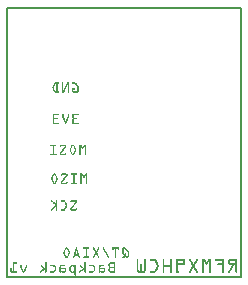
<source format=gbo>
G04 MADE WITH FRITZING*
G04 WWW.FRITZING.ORG*
G04 DOUBLE SIDED*
G04 HOLES PLATED*
G04 CONTOUR ON CENTER OF CONTOUR VECTOR*
%ASAXBY*%
%FSLAX23Y23*%
%MOIN*%
%OFA0B0*%
%SFA1.0B1.0*%
%ADD10R,0.787402X0.905512X0.771402X0.889512*%
%ADD11C,0.008000*%
%ADD12R,0.001000X0.001000*%
%LNSILK0*%
G90*
G70*
G54D11*
X4Y902D02*
X783Y902D01*
X783Y4D01*
X4Y4D01*
X4Y902D01*
D02*
G54D12*
X164Y652D02*
X176Y652D01*
X189Y652D02*
X191Y652D01*
X204Y652D02*
X209Y652D01*
X221Y652D02*
X231Y652D01*
X163Y651D02*
X176Y651D01*
X188Y651D02*
X191Y651D01*
X204Y651D02*
X209Y651D01*
X221Y651D02*
X233Y651D01*
X162Y650D02*
X177Y650D01*
X188Y650D02*
X191Y650D01*
X203Y650D02*
X209Y650D01*
X221Y650D02*
X234Y650D01*
X161Y649D02*
X176Y649D01*
X188Y649D02*
X191Y649D01*
X203Y649D02*
X209Y649D01*
X221Y649D02*
X235Y649D01*
X161Y648D02*
X166Y648D01*
X168Y648D02*
X173Y648D01*
X188Y648D02*
X191Y648D01*
X202Y648D02*
X209Y648D01*
X230Y648D02*
X236Y648D01*
X160Y647D02*
X164Y647D01*
X169Y647D02*
X172Y647D01*
X188Y647D02*
X191Y647D01*
X202Y647D02*
X209Y647D01*
X232Y647D02*
X236Y647D01*
X160Y646D02*
X164Y646D01*
X169Y646D02*
X172Y646D01*
X188Y646D02*
X191Y646D01*
X201Y646D02*
X209Y646D01*
X232Y646D02*
X237Y646D01*
X159Y645D02*
X163Y645D01*
X169Y645D02*
X172Y645D01*
X188Y645D02*
X191Y645D01*
X201Y645D02*
X209Y645D01*
X233Y645D02*
X238Y645D01*
X159Y644D02*
X163Y644D01*
X169Y644D02*
X172Y644D01*
X188Y644D02*
X191Y644D01*
X201Y644D02*
X209Y644D01*
X234Y644D02*
X239Y644D01*
X158Y643D02*
X162Y643D01*
X169Y643D02*
X172Y643D01*
X188Y643D02*
X191Y643D01*
X200Y643D02*
X204Y643D01*
X206Y643D02*
X209Y643D01*
X235Y643D02*
X239Y643D01*
X158Y642D02*
X162Y642D01*
X169Y642D02*
X172Y642D01*
X188Y642D02*
X191Y642D01*
X200Y642D02*
X204Y642D01*
X206Y642D02*
X209Y642D01*
X235Y642D02*
X240Y642D01*
X157Y641D02*
X161Y641D01*
X169Y641D02*
X172Y641D01*
X188Y641D02*
X191Y641D01*
X199Y641D02*
X203Y641D01*
X206Y641D02*
X209Y641D01*
X236Y641D02*
X241Y641D01*
X157Y640D02*
X161Y640D01*
X169Y640D02*
X172Y640D01*
X188Y640D02*
X191Y640D01*
X199Y640D02*
X203Y640D01*
X206Y640D02*
X209Y640D01*
X237Y640D02*
X241Y640D01*
X156Y639D02*
X160Y639D01*
X169Y639D02*
X172Y639D01*
X188Y639D02*
X191Y639D01*
X198Y639D02*
X202Y639D01*
X206Y639D02*
X209Y639D01*
X238Y639D02*
X242Y639D01*
X156Y638D02*
X160Y638D01*
X169Y638D02*
X172Y638D01*
X188Y638D02*
X191Y638D01*
X198Y638D02*
X202Y638D01*
X206Y638D02*
X209Y638D01*
X238Y638D02*
X242Y638D01*
X155Y637D02*
X159Y637D01*
X169Y637D02*
X172Y637D01*
X188Y637D02*
X191Y637D01*
X198Y637D02*
X201Y637D01*
X206Y637D02*
X209Y637D01*
X238Y637D02*
X242Y637D01*
X155Y636D02*
X159Y636D01*
X169Y636D02*
X172Y636D01*
X188Y636D02*
X191Y636D01*
X197Y636D02*
X201Y636D01*
X206Y636D02*
X209Y636D01*
X238Y636D02*
X242Y636D01*
X155Y635D02*
X159Y635D01*
X169Y635D02*
X172Y635D01*
X188Y635D02*
X191Y635D01*
X197Y635D02*
X201Y635D01*
X206Y635D02*
X209Y635D01*
X238Y635D02*
X242Y635D01*
X155Y634D02*
X159Y634D01*
X169Y634D02*
X172Y634D01*
X188Y634D02*
X191Y634D01*
X196Y634D02*
X200Y634D01*
X206Y634D02*
X209Y634D01*
X238Y634D02*
X242Y634D01*
X156Y633D02*
X159Y633D01*
X169Y633D02*
X172Y633D01*
X188Y633D02*
X191Y633D01*
X196Y633D02*
X200Y633D01*
X206Y633D02*
X209Y633D01*
X221Y633D02*
X230Y633D01*
X238Y633D02*
X242Y633D01*
X156Y632D02*
X160Y632D01*
X169Y632D02*
X172Y632D01*
X188Y632D02*
X191Y632D01*
X195Y632D02*
X199Y632D01*
X206Y632D02*
X209Y632D01*
X221Y632D02*
X231Y632D01*
X238Y632D02*
X242Y632D01*
X156Y631D02*
X160Y631D01*
X169Y631D02*
X172Y631D01*
X188Y631D02*
X191Y631D01*
X195Y631D02*
X199Y631D01*
X206Y631D02*
X209Y631D01*
X221Y631D02*
X231Y631D01*
X238Y631D02*
X242Y631D01*
X157Y630D02*
X161Y630D01*
X169Y630D02*
X172Y630D01*
X188Y630D02*
X191Y630D01*
X194Y630D02*
X198Y630D01*
X206Y630D02*
X209Y630D01*
X221Y630D02*
X230Y630D01*
X238Y630D02*
X242Y630D01*
X157Y629D02*
X161Y629D01*
X169Y629D02*
X172Y629D01*
X188Y629D02*
X191Y629D01*
X194Y629D02*
X198Y629D01*
X206Y629D02*
X209Y629D01*
X221Y629D02*
X229Y629D01*
X238Y629D02*
X242Y629D01*
X158Y628D02*
X162Y628D01*
X169Y628D02*
X172Y628D01*
X188Y628D02*
X191Y628D01*
X194Y628D02*
X198Y628D01*
X206Y628D02*
X209Y628D01*
X221Y628D02*
X224Y628D01*
X238Y628D02*
X242Y628D01*
X158Y627D02*
X162Y627D01*
X169Y627D02*
X172Y627D01*
X188Y627D02*
X191Y627D01*
X193Y627D02*
X197Y627D01*
X206Y627D02*
X209Y627D01*
X221Y627D02*
X224Y627D01*
X238Y627D02*
X242Y627D01*
X159Y626D02*
X163Y626D01*
X169Y626D02*
X172Y626D01*
X188Y626D02*
X197Y626D01*
X206Y626D02*
X209Y626D01*
X221Y626D02*
X224Y626D01*
X238Y626D02*
X242Y626D01*
X159Y625D02*
X163Y625D01*
X169Y625D02*
X172Y625D01*
X188Y625D02*
X196Y625D01*
X206Y625D02*
X209Y625D01*
X221Y625D02*
X224Y625D01*
X238Y625D02*
X242Y625D01*
X160Y624D02*
X164Y624D01*
X169Y624D02*
X172Y624D01*
X188Y624D02*
X196Y624D01*
X206Y624D02*
X209Y624D01*
X221Y624D02*
X224Y624D01*
X238Y624D02*
X242Y624D01*
X160Y623D02*
X164Y623D01*
X169Y623D02*
X172Y623D01*
X188Y623D02*
X195Y623D01*
X206Y623D02*
X209Y623D01*
X221Y623D02*
X225Y623D01*
X238Y623D02*
X242Y623D01*
X161Y622D02*
X175Y622D01*
X188Y622D02*
X195Y622D01*
X206Y622D02*
X209Y622D01*
X221Y622D02*
X242Y622D01*
X161Y621D02*
X176Y621D01*
X188Y621D02*
X194Y621D01*
X206Y621D02*
X209Y621D01*
X222Y621D02*
X241Y621D01*
X162Y620D02*
X177Y620D01*
X188Y620D02*
X194Y620D01*
X206Y620D02*
X209Y620D01*
X222Y620D02*
X240Y620D01*
X163Y619D02*
X176Y619D01*
X188Y619D02*
X194Y619D01*
X206Y619D02*
X209Y619D01*
X223Y619D02*
X239Y619D01*
X165Y618D02*
X176Y618D01*
X188Y618D02*
X193Y618D01*
X207Y618D02*
X208Y618D01*
X225Y618D02*
X238Y618D01*
X158Y548D02*
X177Y548D01*
X189Y548D02*
X191Y548D01*
X207Y548D02*
X209Y548D01*
X223Y548D02*
X242Y548D01*
X157Y547D02*
X177Y547D01*
X188Y547D02*
X192Y547D01*
X206Y547D02*
X210Y547D01*
X222Y547D02*
X242Y547D01*
X156Y546D02*
X177Y546D01*
X188Y546D02*
X192Y546D01*
X206Y546D02*
X210Y546D01*
X221Y546D02*
X242Y546D01*
X156Y545D02*
X176Y545D01*
X188Y545D02*
X192Y545D01*
X206Y545D02*
X210Y545D01*
X221Y545D02*
X242Y545D01*
X156Y544D02*
X159Y544D01*
X188Y544D02*
X192Y544D01*
X206Y544D02*
X210Y544D01*
X221Y544D02*
X225Y544D01*
X156Y543D02*
X159Y543D01*
X188Y543D02*
X192Y543D01*
X206Y543D02*
X210Y543D01*
X221Y543D02*
X225Y543D01*
X156Y542D02*
X159Y542D01*
X188Y542D02*
X192Y542D01*
X206Y542D02*
X210Y542D01*
X221Y542D02*
X225Y542D01*
X156Y541D02*
X159Y541D01*
X188Y541D02*
X192Y541D01*
X206Y541D02*
X210Y541D01*
X221Y541D02*
X225Y541D01*
X156Y540D02*
X159Y540D01*
X188Y540D02*
X192Y540D01*
X206Y540D02*
X210Y540D01*
X221Y540D02*
X225Y540D01*
X156Y539D02*
X159Y539D01*
X188Y539D02*
X192Y539D01*
X206Y539D02*
X210Y539D01*
X221Y539D02*
X225Y539D01*
X156Y538D02*
X159Y538D01*
X189Y538D02*
X193Y538D01*
X206Y538D02*
X210Y538D01*
X221Y538D02*
X225Y538D01*
X156Y537D02*
X159Y537D01*
X189Y537D02*
X193Y537D01*
X205Y537D02*
X209Y537D01*
X221Y537D02*
X225Y537D01*
X156Y536D02*
X159Y536D01*
X189Y536D02*
X193Y536D01*
X205Y536D02*
X209Y536D01*
X221Y536D02*
X225Y536D01*
X156Y535D02*
X160Y535D01*
X190Y535D02*
X194Y535D01*
X205Y535D02*
X208Y535D01*
X221Y535D02*
X225Y535D01*
X156Y534D02*
X161Y534D01*
X190Y534D02*
X194Y534D01*
X204Y534D02*
X208Y534D01*
X221Y534D02*
X226Y534D01*
X157Y533D02*
X172Y533D01*
X191Y533D02*
X194Y533D01*
X204Y533D02*
X208Y533D01*
X222Y533D02*
X237Y533D01*
X157Y532D02*
X173Y532D01*
X191Y532D02*
X195Y532D01*
X203Y532D02*
X207Y532D01*
X223Y532D02*
X238Y532D01*
X157Y531D02*
X173Y531D01*
X191Y531D02*
X195Y531D01*
X203Y531D02*
X207Y531D01*
X223Y531D02*
X238Y531D01*
X157Y530D02*
X172Y530D01*
X192Y530D02*
X196Y530D01*
X203Y530D02*
X206Y530D01*
X222Y530D02*
X237Y530D01*
X156Y529D02*
X161Y529D01*
X192Y529D02*
X196Y529D01*
X202Y529D02*
X206Y529D01*
X221Y529D02*
X226Y529D01*
X156Y528D02*
X160Y528D01*
X193Y528D02*
X196Y528D01*
X202Y528D02*
X206Y528D01*
X221Y528D02*
X225Y528D01*
X156Y527D02*
X159Y527D01*
X193Y527D02*
X197Y527D01*
X201Y527D02*
X205Y527D01*
X221Y527D02*
X225Y527D01*
X156Y526D02*
X159Y526D01*
X193Y526D02*
X197Y526D01*
X201Y526D02*
X205Y526D01*
X221Y526D02*
X225Y526D01*
X156Y525D02*
X159Y525D01*
X194Y525D02*
X198Y525D01*
X201Y525D02*
X205Y525D01*
X221Y525D02*
X225Y525D01*
X156Y524D02*
X159Y524D01*
X194Y524D02*
X198Y524D01*
X200Y524D02*
X204Y524D01*
X221Y524D02*
X225Y524D01*
X156Y523D02*
X159Y523D01*
X195Y523D02*
X204Y523D01*
X221Y523D02*
X225Y523D01*
X156Y522D02*
X159Y522D01*
X195Y522D02*
X203Y522D01*
X221Y522D02*
X225Y522D01*
X156Y521D02*
X159Y521D01*
X195Y521D02*
X203Y521D01*
X221Y521D02*
X225Y521D01*
X156Y520D02*
X159Y520D01*
X196Y520D02*
X203Y520D01*
X221Y520D02*
X225Y520D01*
X156Y519D02*
X159Y519D01*
X196Y519D02*
X202Y519D01*
X221Y519D02*
X225Y519D01*
X156Y518D02*
X176Y518D01*
X196Y518D02*
X202Y518D01*
X221Y518D02*
X241Y518D01*
X156Y517D02*
X177Y517D01*
X197Y517D02*
X201Y517D01*
X221Y517D02*
X242Y517D01*
X157Y516D02*
X177Y516D01*
X197Y516D02*
X201Y516D01*
X222Y516D02*
X242Y516D01*
X157Y515D02*
X177Y515D01*
X198Y515D02*
X201Y515D01*
X223Y515D02*
X242Y515D01*
X160Y514D02*
X175Y514D01*
X199Y514D02*
X199Y514D01*
X225Y514D02*
X241Y514D01*
X149Y445D02*
X167Y445D01*
X184Y445D02*
X198Y445D01*
X222Y445D02*
X225Y445D01*
X245Y445D02*
X250Y445D01*
X262Y445D02*
X267Y445D01*
X148Y444D02*
X168Y444D01*
X183Y444D02*
X200Y444D01*
X220Y444D02*
X226Y444D01*
X245Y444D02*
X251Y444D01*
X261Y444D02*
X267Y444D01*
X147Y443D02*
X169Y443D01*
X181Y443D02*
X200Y443D01*
X219Y443D02*
X228Y443D01*
X245Y443D02*
X252Y443D01*
X260Y443D02*
X267Y443D01*
X148Y442D02*
X168Y442D01*
X181Y442D02*
X201Y442D01*
X219Y442D02*
X228Y442D01*
X245Y442D02*
X252Y442D01*
X260Y442D02*
X267Y442D01*
X149Y441D02*
X167Y441D01*
X180Y441D02*
X201Y441D01*
X218Y441D02*
X229Y441D01*
X245Y441D02*
X253Y441D01*
X259Y441D02*
X267Y441D01*
X156Y440D02*
X160Y440D01*
X180Y440D02*
X184Y440D01*
X198Y440D02*
X201Y440D01*
X218Y440D02*
X222Y440D01*
X225Y440D02*
X229Y440D01*
X245Y440D02*
X254Y440D01*
X258Y440D02*
X267Y440D01*
X156Y439D02*
X160Y439D01*
X180Y439D02*
X183Y439D01*
X197Y439D02*
X201Y439D01*
X217Y439D02*
X221Y439D01*
X226Y439D02*
X230Y439D01*
X245Y439D02*
X254Y439D01*
X258Y439D02*
X267Y439D01*
X156Y438D02*
X160Y438D01*
X180Y438D02*
X183Y438D01*
X196Y438D02*
X201Y438D01*
X217Y438D02*
X221Y438D01*
X226Y438D02*
X230Y438D01*
X245Y438D02*
X249Y438D01*
X251Y438D02*
X255Y438D01*
X257Y438D02*
X267Y438D01*
X156Y437D02*
X160Y437D01*
X182Y437D02*
X182Y437D01*
X195Y437D02*
X200Y437D01*
X216Y437D02*
X220Y437D01*
X227Y437D02*
X231Y437D01*
X245Y437D02*
X249Y437D01*
X251Y437D02*
X261Y437D01*
X263Y437D02*
X267Y437D01*
X156Y436D02*
X160Y436D01*
X195Y436D02*
X200Y436D01*
X216Y436D02*
X220Y436D01*
X227Y436D02*
X231Y436D01*
X245Y436D02*
X249Y436D01*
X252Y436D02*
X260Y436D01*
X263Y436D02*
X267Y436D01*
X156Y435D02*
X160Y435D01*
X194Y435D02*
X199Y435D01*
X215Y435D02*
X219Y435D01*
X228Y435D02*
X232Y435D01*
X245Y435D02*
X249Y435D01*
X253Y435D02*
X259Y435D01*
X263Y435D02*
X267Y435D01*
X156Y434D02*
X160Y434D01*
X193Y434D02*
X198Y434D01*
X215Y434D02*
X219Y434D01*
X228Y434D02*
X232Y434D01*
X245Y434D02*
X249Y434D01*
X253Y434D02*
X259Y434D01*
X263Y434D02*
X267Y434D01*
X156Y433D02*
X160Y433D01*
X192Y433D02*
X197Y433D01*
X214Y433D02*
X218Y433D01*
X229Y433D02*
X233Y433D01*
X245Y433D02*
X249Y433D01*
X254Y433D02*
X258Y433D01*
X263Y433D02*
X267Y433D01*
X156Y432D02*
X160Y432D01*
X192Y432D02*
X196Y432D01*
X214Y432D02*
X218Y432D01*
X229Y432D02*
X233Y432D01*
X245Y432D02*
X249Y432D01*
X254Y432D02*
X258Y432D01*
X263Y432D02*
X267Y432D01*
X156Y431D02*
X160Y431D01*
X191Y431D02*
X196Y431D01*
X213Y431D02*
X217Y431D01*
X230Y431D02*
X233Y431D01*
X245Y431D02*
X249Y431D01*
X254Y431D02*
X258Y431D01*
X263Y431D02*
X267Y431D01*
X156Y430D02*
X160Y430D01*
X190Y430D02*
X195Y430D01*
X213Y430D02*
X217Y430D01*
X230Y430D02*
X234Y430D01*
X245Y430D02*
X249Y430D01*
X255Y430D02*
X257Y430D01*
X263Y430D02*
X267Y430D01*
X156Y429D02*
X160Y429D01*
X189Y429D02*
X194Y429D01*
X213Y429D02*
X216Y429D01*
X230Y429D02*
X234Y429D01*
X245Y429D02*
X249Y429D01*
X263Y429D02*
X267Y429D01*
X156Y428D02*
X160Y428D01*
X188Y428D02*
X193Y428D01*
X213Y428D02*
X216Y428D01*
X230Y428D02*
X234Y428D01*
X245Y428D02*
X249Y428D01*
X263Y428D02*
X267Y428D01*
X156Y427D02*
X160Y427D01*
X188Y427D02*
X193Y427D01*
X213Y427D02*
X216Y427D01*
X230Y427D02*
X234Y427D01*
X245Y427D02*
X249Y427D01*
X263Y427D02*
X267Y427D01*
X156Y426D02*
X160Y426D01*
X187Y426D02*
X192Y426D01*
X213Y426D02*
X217Y426D01*
X230Y426D02*
X234Y426D01*
X245Y426D02*
X249Y426D01*
X263Y426D02*
X267Y426D01*
X156Y425D02*
X160Y425D01*
X186Y425D02*
X191Y425D01*
X213Y425D02*
X217Y425D01*
X230Y425D02*
X234Y425D01*
X245Y425D02*
X249Y425D01*
X263Y425D02*
X267Y425D01*
X156Y424D02*
X160Y424D01*
X185Y424D02*
X190Y424D01*
X213Y424D02*
X217Y424D01*
X229Y424D02*
X233Y424D01*
X245Y424D02*
X249Y424D01*
X263Y424D02*
X267Y424D01*
X156Y423D02*
X160Y423D01*
X185Y423D02*
X189Y423D01*
X214Y423D02*
X218Y423D01*
X229Y423D02*
X233Y423D01*
X245Y423D02*
X249Y423D01*
X263Y423D02*
X267Y423D01*
X156Y422D02*
X160Y422D01*
X184Y422D02*
X189Y422D01*
X214Y422D02*
X218Y422D01*
X228Y422D02*
X232Y422D01*
X245Y422D02*
X249Y422D01*
X263Y422D02*
X267Y422D01*
X156Y421D02*
X160Y421D01*
X183Y421D02*
X188Y421D01*
X215Y421D02*
X219Y421D01*
X228Y421D02*
X232Y421D01*
X245Y421D02*
X249Y421D01*
X263Y421D02*
X267Y421D01*
X156Y420D02*
X160Y420D01*
X182Y420D02*
X187Y420D01*
X215Y420D02*
X219Y420D01*
X227Y420D02*
X231Y420D01*
X245Y420D02*
X249Y420D01*
X263Y420D02*
X267Y420D01*
X156Y419D02*
X160Y419D01*
X181Y419D02*
X186Y419D01*
X216Y419D02*
X220Y419D01*
X227Y419D02*
X231Y419D01*
X245Y419D02*
X249Y419D01*
X263Y419D02*
X267Y419D01*
X156Y418D02*
X160Y418D01*
X181Y418D02*
X186Y418D01*
X199Y418D02*
X201Y418D01*
X216Y418D02*
X220Y418D01*
X226Y418D02*
X230Y418D01*
X245Y418D02*
X249Y418D01*
X263Y418D02*
X267Y418D01*
X156Y417D02*
X160Y417D01*
X180Y417D02*
X185Y417D01*
X198Y417D02*
X201Y417D01*
X217Y417D02*
X221Y417D01*
X226Y417D02*
X230Y417D01*
X245Y417D02*
X249Y417D01*
X263Y417D02*
X267Y417D01*
X156Y416D02*
X160Y416D01*
X180Y416D02*
X184Y416D01*
X198Y416D02*
X201Y416D01*
X217Y416D02*
X221Y416D01*
X225Y416D02*
X229Y416D01*
X245Y416D02*
X249Y416D01*
X263Y416D02*
X267Y416D01*
X156Y415D02*
X160Y415D01*
X180Y415D02*
X184Y415D01*
X197Y415D02*
X201Y415D01*
X218Y415D02*
X222Y415D01*
X224Y415D02*
X229Y415D01*
X245Y415D02*
X249Y415D01*
X263Y415D02*
X267Y415D01*
X148Y414D02*
X168Y414D01*
X180Y414D02*
X201Y414D01*
X218Y414D02*
X228Y414D01*
X245Y414D02*
X249Y414D01*
X263Y414D02*
X267Y414D01*
X147Y413D02*
X169Y413D01*
X181Y413D02*
X200Y413D01*
X219Y413D02*
X228Y413D01*
X245Y413D02*
X249Y413D01*
X263Y413D02*
X267Y413D01*
X147Y412D02*
X169Y412D01*
X181Y412D02*
X199Y412D01*
X220Y412D02*
X227Y412D01*
X245Y412D02*
X249Y412D01*
X263Y412D02*
X267Y412D01*
X148Y411D02*
X168Y411D01*
X183Y411D02*
X198Y411D01*
X221Y411D02*
X226Y411D01*
X246Y411D02*
X248Y411D01*
X264Y411D02*
X266Y411D01*
X162Y349D02*
X162Y349D01*
X189Y349D02*
X200Y349D01*
X218Y349D02*
X236Y349D01*
X249Y349D02*
X254Y349D01*
X266Y349D02*
X270Y349D01*
X159Y348D02*
X164Y348D01*
X187Y348D02*
X203Y348D01*
X217Y348D02*
X237Y348D01*
X249Y348D02*
X255Y348D01*
X265Y348D02*
X270Y348D01*
X158Y347D02*
X166Y347D01*
X185Y347D02*
X204Y347D01*
X216Y347D02*
X238Y347D01*
X249Y347D02*
X255Y347D01*
X264Y347D02*
X270Y347D01*
X157Y346D02*
X166Y346D01*
X185Y346D02*
X205Y346D01*
X217Y346D02*
X238Y346D01*
X249Y346D02*
X256Y346D01*
X264Y346D02*
X270Y346D01*
X157Y345D02*
X167Y345D01*
X184Y345D02*
X205Y345D01*
X217Y345D02*
X237Y345D01*
X249Y345D02*
X257Y345D01*
X263Y345D02*
X270Y345D01*
X156Y344D02*
X160Y344D01*
X163Y344D02*
X167Y344D01*
X184Y344D02*
X188Y344D01*
X201Y344D02*
X205Y344D01*
X225Y344D02*
X229Y344D01*
X249Y344D02*
X257Y344D01*
X262Y344D02*
X270Y344D01*
X156Y343D02*
X160Y343D01*
X164Y343D02*
X168Y343D01*
X184Y343D02*
X187Y343D01*
X201Y343D02*
X205Y343D01*
X225Y343D02*
X229Y343D01*
X249Y343D02*
X258Y343D01*
X262Y343D02*
X270Y343D01*
X155Y342D02*
X159Y342D01*
X164Y342D02*
X168Y342D01*
X184Y342D02*
X187Y342D01*
X200Y342D02*
X205Y342D01*
X225Y342D02*
X229Y342D01*
X249Y342D02*
X259Y342D01*
X261Y342D02*
X265Y342D01*
X267Y342D02*
X270Y342D01*
X155Y341D02*
X159Y341D01*
X165Y341D02*
X169Y341D01*
X185Y341D02*
X186Y341D01*
X199Y341D02*
X204Y341D01*
X225Y341D02*
X229Y341D01*
X249Y341D02*
X253Y341D01*
X255Y341D02*
X265Y341D01*
X267Y341D02*
X270Y341D01*
X154Y340D02*
X158Y340D01*
X165Y340D02*
X169Y340D01*
X199Y340D02*
X203Y340D01*
X225Y340D02*
X229Y340D01*
X249Y340D02*
X253Y340D01*
X256Y340D02*
X264Y340D01*
X267Y340D02*
X270Y340D01*
X154Y339D02*
X158Y339D01*
X166Y339D02*
X170Y339D01*
X198Y339D02*
X203Y339D01*
X225Y339D02*
X229Y339D01*
X249Y339D02*
X253Y339D01*
X256Y339D02*
X263Y339D01*
X267Y339D02*
X270Y339D01*
X153Y338D02*
X157Y338D01*
X166Y338D02*
X170Y338D01*
X197Y338D02*
X202Y338D01*
X225Y338D02*
X229Y338D01*
X249Y338D02*
X253Y338D01*
X257Y338D02*
X263Y338D01*
X267Y338D02*
X270Y338D01*
X153Y337D02*
X157Y337D01*
X167Y337D02*
X171Y337D01*
X196Y337D02*
X201Y337D01*
X225Y337D02*
X229Y337D01*
X249Y337D02*
X253Y337D01*
X258Y337D02*
X262Y337D01*
X267Y337D02*
X270Y337D01*
X152Y336D02*
X156Y336D01*
X167Y336D02*
X171Y336D01*
X195Y336D02*
X200Y336D01*
X225Y336D02*
X229Y336D01*
X249Y336D02*
X253Y336D01*
X258Y336D02*
X262Y336D01*
X267Y336D02*
X270Y336D01*
X152Y335D02*
X156Y335D01*
X168Y335D02*
X172Y335D01*
X195Y335D02*
X200Y335D01*
X225Y335D02*
X229Y335D01*
X249Y335D02*
X253Y335D01*
X258Y335D02*
X261Y335D01*
X267Y335D02*
X270Y335D01*
X151Y334D02*
X155Y334D01*
X168Y334D02*
X172Y334D01*
X194Y334D02*
X199Y334D01*
X225Y334D02*
X229Y334D01*
X249Y334D02*
X253Y334D01*
X259Y334D02*
X261Y334D01*
X267Y334D02*
X270Y334D01*
X151Y333D02*
X155Y333D01*
X169Y333D02*
X172Y333D01*
X193Y333D02*
X198Y333D01*
X225Y333D02*
X229Y333D01*
X249Y333D02*
X253Y333D01*
X267Y333D02*
X270Y333D01*
X151Y332D02*
X155Y332D01*
X169Y332D02*
X172Y332D01*
X192Y332D02*
X197Y332D01*
X225Y332D02*
X229Y332D01*
X249Y332D02*
X253Y332D01*
X267Y332D02*
X270Y332D01*
X151Y331D02*
X155Y331D01*
X169Y331D02*
X172Y331D01*
X192Y331D02*
X196Y331D01*
X225Y331D02*
X229Y331D01*
X249Y331D02*
X253Y331D01*
X267Y331D02*
X270Y331D01*
X151Y330D02*
X155Y330D01*
X169Y330D02*
X172Y330D01*
X191Y330D02*
X196Y330D01*
X225Y330D02*
X229Y330D01*
X249Y330D02*
X253Y330D01*
X267Y330D02*
X270Y330D01*
X151Y329D02*
X155Y329D01*
X168Y329D02*
X172Y329D01*
X190Y329D02*
X195Y329D01*
X225Y329D02*
X229Y329D01*
X249Y329D02*
X253Y329D01*
X267Y329D02*
X270Y329D01*
X152Y328D02*
X156Y328D01*
X168Y328D02*
X172Y328D01*
X189Y328D02*
X194Y328D01*
X225Y328D02*
X229Y328D01*
X249Y328D02*
X253Y328D01*
X267Y328D02*
X270Y328D01*
X152Y327D02*
X156Y327D01*
X167Y327D02*
X171Y327D01*
X188Y327D02*
X193Y327D01*
X225Y327D02*
X229Y327D01*
X249Y327D02*
X253Y327D01*
X267Y327D02*
X270Y327D01*
X153Y326D02*
X157Y326D01*
X167Y326D02*
X171Y326D01*
X188Y326D02*
X193Y326D01*
X225Y326D02*
X229Y326D01*
X249Y326D02*
X253Y326D01*
X267Y326D02*
X270Y326D01*
X153Y325D02*
X157Y325D01*
X166Y325D02*
X170Y325D01*
X187Y325D02*
X192Y325D01*
X225Y325D02*
X229Y325D01*
X249Y325D02*
X253Y325D01*
X267Y325D02*
X270Y325D01*
X154Y324D02*
X158Y324D01*
X166Y324D02*
X170Y324D01*
X186Y324D02*
X191Y324D01*
X225Y324D02*
X229Y324D01*
X249Y324D02*
X253Y324D01*
X267Y324D02*
X270Y324D01*
X154Y323D02*
X158Y323D01*
X165Y323D02*
X169Y323D01*
X185Y323D02*
X190Y323D01*
X225Y323D02*
X229Y323D01*
X249Y323D02*
X253Y323D01*
X267Y323D02*
X270Y323D01*
X155Y322D02*
X159Y322D01*
X165Y322D02*
X169Y322D01*
X185Y322D02*
X189Y322D01*
X203Y322D02*
X204Y322D01*
X225Y322D02*
X229Y322D01*
X249Y322D02*
X253Y322D01*
X267Y322D02*
X270Y322D01*
X155Y321D02*
X159Y321D01*
X164Y321D02*
X168Y321D01*
X184Y321D02*
X189Y321D01*
X202Y321D02*
X205Y321D01*
X225Y321D02*
X229Y321D01*
X249Y321D02*
X253Y321D01*
X267Y321D02*
X270Y321D01*
X156Y320D02*
X160Y320D01*
X164Y320D02*
X168Y320D01*
X184Y320D02*
X188Y320D01*
X201Y320D02*
X205Y320D01*
X225Y320D02*
X229Y320D01*
X249Y320D02*
X253Y320D01*
X267Y320D02*
X270Y320D01*
X156Y319D02*
X160Y319D01*
X163Y319D02*
X167Y319D01*
X184Y319D02*
X187Y319D01*
X201Y319D02*
X205Y319D01*
X225Y319D02*
X229Y319D01*
X249Y319D02*
X253Y319D01*
X267Y319D02*
X270Y319D01*
X157Y318D02*
X167Y318D01*
X184Y318D02*
X205Y318D01*
X217Y318D02*
X237Y318D01*
X249Y318D02*
X253Y318D01*
X267Y318D02*
X270Y318D01*
X157Y317D02*
X166Y317D01*
X184Y317D02*
X204Y317D01*
X217Y317D02*
X238Y317D01*
X249Y317D02*
X253Y317D01*
X267Y317D02*
X270Y317D01*
X158Y316D02*
X166Y316D01*
X185Y316D02*
X203Y316D01*
X216Y316D02*
X238Y316D01*
X249Y316D02*
X253Y316D01*
X267Y316D02*
X270Y316D01*
X159Y315D02*
X164Y315D01*
X186Y315D02*
X202Y315D01*
X217Y315D02*
X237Y315D01*
X250Y315D02*
X252Y315D01*
X267Y315D02*
X270Y315D01*
X189Y314D02*
X199Y314D01*
X219Y314D02*
X235Y314D01*
X151Y260D02*
X152Y260D01*
X169Y260D02*
X170Y260D01*
X183Y260D02*
X194Y260D01*
X219Y260D02*
X233Y260D01*
X150Y259D02*
X153Y259D01*
X168Y259D02*
X171Y259D01*
X183Y259D02*
X196Y259D01*
X217Y259D02*
X235Y259D01*
X150Y258D02*
X155Y258D01*
X168Y258D02*
X171Y258D01*
X182Y258D02*
X197Y258D01*
X216Y258D02*
X236Y258D01*
X150Y257D02*
X156Y257D01*
X168Y257D02*
X171Y257D01*
X183Y257D02*
X198Y257D01*
X216Y257D02*
X236Y257D01*
X151Y256D02*
X157Y256D01*
X168Y256D02*
X171Y256D01*
X184Y256D02*
X198Y256D01*
X215Y256D02*
X236Y256D01*
X152Y255D02*
X158Y255D01*
X168Y255D02*
X171Y255D01*
X195Y255D02*
X199Y255D01*
X215Y255D02*
X219Y255D01*
X233Y255D02*
X236Y255D01*
X153Y254D02*
X159Y254D01*
X168Y254D02*
X171Y254D01*
X195Y254D02*
X199Y254D01*
X215Y254D02*
X219Y254D01*
X232Y254D02*
X236Y254D01*
X154Y253D02*
X160Y253D01*
X168Y253D02*
X171Y253D01*
X196Y253D02*
X200Y253D01*
X216Y253D02*
X218Y253D01*
X231Y253D02*
X236Y253D01*
X156Y252D02*
X162Y252D01*
X168Y252D02*
X171Y252D01*
X196Y252D02*
X200Y252D01*
X230Y252D02*
X235Y252D01*
X157Y251D02*
X163Y251D01*
X168Y251D02*
X171Y251D01*
X197Y251D02*
X201Y251D01*
X230Y251D02*
X235Y251D01*
X158Y250D02*
X164Y250D01*
X168Y250D02*
X171Y250D01*
X197Y250D02*
X201Y250D01*
X229Y250D02*
X234Y250D01*
X159Y249D02*
X165Y249D01*
X168Y249D02*
X171Y249D01*
X198Y249D02*
X202Y249D01*
X228Y249D02*
X233Y249D01*
X160Y248D02*
X171Y248D01*
X198Y248D02*
X202Y248D01*
X227Y248D02*
X232Y248D01*
X161Y247D02*
X171Y247D01*
X199Y247D02*
X203Y247D01*
X227Y247D02*
X231Y247D01*
X163Y246D02*
X171Y246D01*
X199Y246D02*
X203Y246D01*
X226Y246D02*
X231Y246D01*
X164Y245D02*
X171Y245D01*
X200Y245D02*
X203Y245D01*
X225Y245D02*
X230Y245D01*
X165Y244D02*
X171Y244D01*
X200Y244D02*
X204Y244D01*
X224Y244D02*
X229Y244D01*
X166Y243D02*
X171Y243D01*
X200Y243D02*
X204Y243D01*
X223Y243D02*
X228Y243D01*
X165Y242D02*
X171Y242D01*
X200Y242D02*
X204Y242D01*
X223Y242D02*
X228Y242D01*
X164Y241D02*
X171Y241D01*
X200Y241D02*
X204Y241D01*
X222Y241D02*
X227Y241D01*
X163Y240D02*
X171Y240D01*
X199Y240D02*
X203Y240D01*
X221Y240D02*
X226Y240D01*
X162Y239D02*
X171Y239D01*
X199Y239D02*
X203Y239D01*
X220Y239D02*
X225Y239D01*
X161Y238D02*
X171Y238D01*
X198Y238D02*
X203Y238D01*
X220Y238D02*
X224Y238D01*
X159Y237D02*
X165Y237D01*
X168Y237D02*
X171Y237D01*
X198Y237D02*
X202Y237D01*
X219Y237D02*
X224Y237D01*
X158Y236D02*
X164Y236D01*
X168Y236D02*
X171Y236D01*
X197Y236D02*
X202Y236D01*
X218Y236D02*
X223Y236D01*
X157Y235D02*
X163Y235D01*
X168Y235D02*
X171Y235D01*
X197Y235D02*
X201Y235D01*
X217Y235D02*
X222Y235D01*
X156Y234D02*
X162Y234D01*
X168Y234D02*
X171Y234D01*
X196Y234D02*
X201Y234D01*
X216Y234D02*
X221Y234D01*
X155Y233D02*
X161Y233D01*
X168Y233D02*
X171Y233D01*
X196Y233D02*
X200Y233D01*
X216Y233D02*
X221Y233D01*
X234Y233D02*
X236Y233D01*
X154Y232D02*
X160Y232D01*
X168Y232D02*
X171Y232D01*
X195Y232D02*
X200Y232D01*
X215Y232D02*
X220Y232D01*
X233Y232D02*
X236Y232D01*
X152Y231D02*
X158Y231D01*
X168Y231D02*
X171Y231D01*
X195Y231D02*
X199Y231D01*
X215Y231D02*
X219Y231D01*
X233Y231D02*
X236Y231D01*
X151Y230D02*
X157Y230D01*
X168Y230D02*
X171Y230D01*
X194Y230D02*
X199Y230D01*
X215Y230D02*
X219Y230D01*
X232Y230D02*
X236Y230D01*
X150Y229D02*
X156Y229D01*
X168Y229D02*
X171Y229D01*
X183Y229D02*
X198Y229D01*
X215Y229D02*
X236Y229D01*
X150Y228D02*
X155Y228D01*
X168Y228D02*
X171Y228D01*
X182Y228D02*
X197Y228D01*
X216Y228D02*
X235Y228D01*
X150Y227D02*
X154Y227D01*
X168Y227D02*
X171Y227D01*
X182Y227D02*
X196Y227D01*
X217Y227D02*
X234Y227D01*
X150Y226D02*
X153Y226D01*
X168Y226D02*
X170Y226D01*
X183Y226D02*
X195Y226D01*
X218Y226D02*
X233Y226D01*
X201Y102D02*
X204Y102D01*
X234Y102D02*
X236Y102D01*
X258Y102D02*
X278Y102D01*
X291Y102D02*
X293Y102D01*
X309Y102D02*
X310Y102D01*
X324Y102D02*
X325Y102D01*
X355Y102D02*
X377Y102D01*
X391Y102D02*
X395Y102D01*
X199Y101D02*
X206Y101D01*
X234Y101D02*
X237Y101D01*
X257Y101D02*
X278Y101D01*
X290Y101D02*
X293Y101D01*
X308Y101D02*
X311Y101D01*
X323Y101D02*
X326Y101D01*
X355Y101D02*
X377Y101D01*
X390Y101D02*
X396Y101D01*
X198Y100D02*
X207Y100D01*
X233Y100D02*
X237Y100D01*
X257Y100D02*
X279Y100D01*
X290Y100D02*
X294Y100D01*
X307Y100D02*
X311Y100D01*
X323Y100D02*
X327Y100D01*
X355Y100D02*
X377Y100D01*
X389Y100D02*
X398Y100D01*
X198Y99D02*
X208Y99D01*
X233Y99D02*
X238Y99D01*
X258Y99D02*
X278Y99D01*
X290Y99D02*
X295Y99D01*
X307Y99D02*
X311Y99D01*
X323Y99D02*
X327Y99D01*
X355Y99D02*
X377Y99D01*
X388Y99D02*
X399Y99D01*
X197Y98D02*
X208Y98D01*
X233Y98D02*
X238Y98D01*
X260Y98D02*
X276Y98D01*
X291Y98D02*
X295Y98D01*
X306Y98D02*
X310Y98D01*
X324Y98D02*
X328Y98D01*
X355Y98D02*
X377Y98D01*
X388Y98D02*
X400Y98D01*
X197Y97D02*
X201Y97D01*
X204Y97D02*
X209Y97D01*
X232Y97D02*
X238Y97D01*
X266Y97D02*
X270Y97D01*
X292Y97D02*
X296Y97D01*
X306Y97D02*
X310Y97D01*
X324Y97D02*
X329Y97D01*
X355Y97D02*
X359Y97D01*
X364Y97D02*
X368Y97D01*
X373Y97D02*
X377Y97D01*
X388Y97D02*
X392Y97D01*
X395Y97D02*
X401Y97D01*
X196Y96D02*
X200Y96D01*
X205Y96D02*
X209Y96D01*
X232Y96D02*
X238Y96D01*
X266Y96D02*
X270Y96D01*
X292Y96D02*
X296Y96D01*
X305Y96D02*
X309Y96D01*
X325Y96D02*
X329Y96D01*
X355Y96D02*
X359Y96D01*
X364Y96D02*
X368Y96D01*
X373Y96D02*
X377Y96D01*
X388Y96D02*
X392Y96D01*
X396Y96D02*
X402Y96D01*
X196Y95D02*
X200Y95D01*
X205Y95D02*
X210Y95D01*
X232Y95D02*
X239Y95D01*
X266Y95D02*
X270Y95D01*
X293Y95D02*
X297Y95D01*
X304Y95D02*
X309Y95D01*
X325Y95D02*
X330Y95D01*
X356Y95D02*
X358Y95D01*
X364Y95D02*
X368Y95D01*
X374Y95D02*
X376Y95D01*
X388Y95D02*
X392Y95D01*
X397Y95D02*
X403Y95D01*
X195Y94D02*
X199Y94D01*
X206Y94D02*
X210Y94D01*
X232Y94D02*
X239Y94D01*
X266Y94D02*
X270Y94D01*
X293Y94D02*
X298Y94D01*
X304Y94D02*
X308Y94D01*
X326Y94D02*
X330Y94D01*
X364Y94D02*
X368Y94D01*
X388Y94D02*
X392Y94D01*
X399Y94D02*
X405Y94D01*
X195Y93D02*
X199Y93D01*
X206Y93D02*
X211Y93D01*
X231Y93D02*
X239Y93D01*
X266Y93D02*
X270Y93D01*
X294Y93D02*
X298Y93D01*
X303Y93D02*
X307Y93D01*
X327Y93D02*
X331Y93D01*
X364Y93D02*
X368Y93D01*
X388Y93D02*
X392Y93D01*
X400Y93D02*
X406Y93D01*
X194Y92D02*
X198Y92D01*
X207Y92D02*
X211Y92D01*
X231Y92D02*
X240Y92D01*
X266Y92D02*
X270Y92D01*
X294Y92D02*
X299Y92D01*
X303Y92D02*
X307Y92D01*
X327Y92D02*
X331Y92D01*
X364Y92D02*
X368Y92D01*
X388Y92D02*
X392Y92D01*
X401Y92D02*
X407Y92D01*
X194Y91D02*
X198Y91D01*
X207Y91D02*
X212Y91D01*
X231Y91D02*
X234Y91D01*
X236Y91D02*
X240Y91D01*
X266Y91D02*
X270Y91D01*
X295Y91D02*
X299Y91D01*
X302Y91D02*
X306Y91D01*
X328Y91D02*
X332Y91D01*
X364Y91D02*
X368Y91D01*
X388Y91D02*
X392Y91D01*
X402Y91D02*
X408Y91D01*
X193Y90D02*
X197Y90D01*
X208Y90D02*
X212Y90D01*
X230Y90D02*
X234Y90D01*
X236Y90D02*
X240Y90D01*
X266Y90D02*
X270Y90D01*
X296Y90D02*
X306Y90D01*
X328Y90D02*
X333Y90D01*
X364Y90D02*
X368Y90D01*
X388Y90D02*
X392Y90D01*
X403Y90D02*
X408Y90D01*
X193Y89D02*
X197Y89D01*
X208Y89D02*
X212Y89D01*
X230Y89D02*
X234Y89D01*
X237Y89D02*
X240Y89D01*
X266Y89D02*
X270Y89D01*
X296Y89D02*
X305Y89D01*
X329Y89D02*
X333Y89D01*
X364Y89D02*
X368Y89D01*
X388Y89D02*
X392Y89D01*
X404Y89D02*
X409Y89D01*
X192Y88D02*
X196Y88D01*
X209Y88D02*
X213Y88D01*
X230Y88D02*
X234Y88D01*
X237Y88D02*
X241Y88D01*
X266Y88D02*
X270Y88D01*
X297Y88D02*
X305Y88D01*
X329Y88D02*
X334Y88D01*
X364Y88D02*
X368Y88D01*
X388Y88D02*
X392Y88D01*
X405Y88D02*
X409Y88D01*
X192Y87D02*
X196Y87D01*
X209Y87D02*
X213Y87D01*
X230Y87D02*
X233Y87D01*
X237Y87D02*
X241Y87D01*
X266Y87D02*
X270Y87D01*
X297Y87D02*
X304Y87D01*
X330Y87D02*
X334Y87D01*
X364Y87D02*
X368Y87D01*
X388Y87D02*
X392Y87D01*
X406Y87D02*
X409Y87D01*
X192Y86D02*
X196Y86D01*
X210Y86D02*
X213Y86D01*
X229Y86D02*
X233Y86D01*
X238Y86D02*
X241Y86D01*
X266Y86D02*
X270Y86D01*
X298Y86D02*
X303Y86D01*
X331Y86D02*
X335Y86D01*
X364Y86D02*
X368Y86D01*
X388Y86D02*
X392Y86D01*
X406Y86D02*
X409Y86D01*
X192Y85D02*
X195Y85D01*
X210Y85D02*
X213Y85D01*
X229Y85D02*
X233Y85D01*
X238Y85D02*
X242Y85D01*
X266Y85D02*
X270Y85D01*
X298Y85D02*
X303Y85D01*
X331Y85D02*
X336Y85D01*
X364Y85D02*
X368Y85D01*
X388Y85D02*
X392Y85D01*
X406Y85D02*
X409Y85D01*
X192Y84D02*
X196Y84D01*
X210Y84D02*
X213Y84D01*
X229Y84D02*
X232Y84D01*
X238Y84D02*
X242Y84D01*
X266Y84D02*
X270Y84D01*
X298Y84D02*
X303Y84D01*
X332Y84D02*
X336Y84D01*
X364Y84D02*
X368Y84D01*
X388Y84D02*
X392Y84D01*
X406Y84D02*
X409Y84D01*
X192Y83D02*
X196Y83D01*
X209Y83D02*
X213Y83D01*
X228Y83D02*
X232Y83D01*
X238Y83D02*
X242Y83D01*
X266Y83D02*
X270Y83D01*
X297Y83D02*
X304Y83D01*
X332Y83D02*
X337Y83D01*
X364Y83D02*
X368Y83D01*
X388Y83D02*
X392Y83D01*
X398Y83D02*
X400Y83D01*
X406Y83D02*
X409Y83D01*
X192Y82D02*
X196Y82D01*
X209Y82D02*
X213Y82D01*
X228Y82D02*
X232Y82D01*
X239Y82D02*
X243Y82D01*
X266Y82D02*
X270Y82D01*
X297Y82D02*
X305Y82D01*
X333Y82D02*
X337Y82D01*
X364Y82D02*
X368Y82D01*
X388Y82D02*
X392Y82D01*
X397Y82D02*
X400Y82D01*
X406Y82D02*
X409Y82D01*
X193Y81D02*
X197Y81D01*
X208Y81D02*
X212Y81D01*
X228Y81D02*
X232Y81D01*
X239Y81D02*
X243Y81D01*
X266Y81D02*
X270Y81D01*
X296Y81D02*
X305Y81D01*
X334Y81D02*
X338Y81D01*
X364Y81D02*
X368Y81D01*
X389Y81D02*
X393Y81D01*
X397Y81D02*
X400Y81D01*
X406Y81D02*
X409Y81D01*
X193Y80D02*
X197Y80D01*
X208Y80D02*
X212Y80D01*
X228Y80D02*
X231Y80D01*
X239Y80D02*
X243Y80D01*
X266Y80D02*
X270Y80D01*
X296Y80D02*
X306Y80D01*
X334Y80D02*
X338Y80D01*
X364Y80D02*
X368Y80D01*
X389Y80D02*
X394Y80D01*
X396Y80D02*
X400Y80D01*
X406Y80D02*
X409Y80D01*
X194Y79D02*
X198Y79D01*
X207Y79D02*
X211Y79D01*
X227Y79D02*
X243Y79D01*
X266Y79D02*
X270Y79D01*
X295Y79D02*
X299Y79D01*
X302Y79D02*
X306Y79D01*
X335Y79D02*
X339Y79D01*
X364Y79D02*
X368Y79D01*
X390Y79D02*
X400Y79D01*
X406Y79D02*
X409Y79D01*
X194Y78D02*
X198Y78D01*
X207Y78D02*
X211Y78D01*
X227Y78D02*
X244Y78D01*
X266Y78D02*
X270Y78D01*
X294Y78D02*
X299Y78D01*
X303Y78D02*
X307Y78D01*
X335Y78D02*
X340Y78D01*
X364Y78D02*
X368Y78D01*
X391Y78D02*
X399Y78D01*
X406Y78D02*
X409Y78D01*
X195Y77D02*
X199Y77D01*
X206Y77D02*
X211Y77D01*
X227Y77D02*
X244Y77D01*
X266Y77D02*
X270Y77D01*
X294Y77D02*
X298Y77D01*
X303Y77D02*
X308Y77D01*
X336Y77D02*
X340Y77D01*
X364Y77D02*
X368Y77D01*
X392Y77D02*
X399Y77D01*
X406Y77D02*
X409Y77D01*
X195Y76D02*
X199Y76D01*
X206Y76D02*
X210Y76D01*
X226Y76D02*
X244Y76D01*
X266Y76D02*
X270Y76D01*
X293Y76D02*
X298Y76D01*
X304Y76D02*
X308Y76D01*
X336Y76D02*
X341Y76D01*
X364Y76D02*
X368Y76D01*
X393Y76D02*
X399Y76D01*
X406Y76D02*
X409Y76D01*
X196Y75D02*
X200Y75D01*
X205Y75D02*
X210Y75D01*
X226Y75D02*
X230Y75D01*
X241Y75D02*
X245Y75D01*
X266Y75D02*
X270Y75D01*
X293Y75D02*
X297Y75D01*
X304Y75D02*
X309Y75D01*
X337Y75D02*
X341Y75D01*
X364Y75D02*
X368Y75D01*
X394Y75D02*
X400Y75D01*
X406Y75D02*
X409Y75D01*
X196Y74D02*
X200Y74D01*
X205Y74D02*
X209Y74D01*
X226Y74D02*
X229Y74D01*
X241Y74D02*
X245Y74D01*
X266Y74D02*
X270Y74D01*
X292Y74D02*
X296Y74D01*
X305Y74D02*
X309Y74D01*
X338Y74D02*
X342Y74D01*
X364Y74D02*
X368Y74D01*
X394Y74D02*
X401Y74D01*
X406Y74D02*
X409Y74D01*
X197Y73D02*
X201Y73D01*
X204Y73D02*
X209Y73D01*
X225Y73D02*
X229Y73D01*
X241Y73D02*
X245Y73D01*
X266Y73D02*
X270Y73D01*
X292Y73D02*
X296Y73D01*
X306Y73D02*
X310Y73D01*
X338Y73D02*
X343Y73D01*
X364Y73D02*
X368Y73D01*
X394Y73D02*
X402Y73D01*
X406Y73D02*
X409Y73D01*
X197Y72D02*
X208Y72D01*
X225Y72D02*
X229Y72D01*
X242Y72D02*
X245Y72D01*
X260Y72D02*
X276Y72D01*
X291Y72D02*
X295Y72D01*
X306Y72D02*
X310Y72D01*
X339Y72D02*
X343Y72D01*
X364Y72D02*
X368Y72D01*
X390Y72D02*
X409Y72D01*
X198Y71D02*
X208Y71D01*
X225Y71D02*
X229Y71D01*
X242Y71D02*
X246Y71D01*
X258Y71D02*
X278Y71D01*
X290Y71D02*
X295Y71D01*
X307Y71D02*
X311Y71D01*
X339Y71D02*
X344Y71D01*
X364Y71D02*
X368Y71D01*
X388Y71D02*
X397Y71D01*
X399Y71D02*
X409Y71D01*
X198Y70D02*
X207Y70D01*
X225Y70D02*
X228Y70D01*
X242Y70D02*
X246Y70D01*
X257Y70D02*
X279Y70D01*
X290Y70D02*
X294Y70D01*
X307Y70D02*
X311Y70D01*
X340Y70D02*
X344Y70D01*
X364Y70D02*
X368Y70D01*
X388Y70D02*
X396Y70D01*
X400Y70D02*
X408Y70D01*
X199Y69D02*
X206Y69D01*
X225Y69D02*
X228Y69D01*
X243Y69D02*
X246Y69D01*
X257Y69D02*
X278Y69D01*
X290Y69D02*
X293Y69D01*
X308Y69D02*
X311Y69D01*
X341Y69D02*
X344Y69D01*
X364Y69D02*
X368Y69D01*
X388Y69D02*
X396Y69D01*
X401Y69D02*
X408Y69D01*
X201Y68D02*
X204Y68D01*
X225Y68D02*
X227Y68D01*
X243Y68D02*
X245Y68D01*
X258Y68D02*
X278Y68D01*
X291Y68D02*
X293Y68D01*
X309Y68D02*
X310Y68D01*
X341Y68D02*
X343Y68D01*
X365Y68D02*
X367Y68D01*
X389Y68D02*
X396Y68D01*
X403Y68D02*
X406Y68D01*
X437Y64D02*
X440Y64D01*
X462Y64D02*
X464Y64D01*
X481Y64D02*
X496Y64D01*
X525Y64D02*
X527Y64D01*
X549Y64D02*
X551Y64D01*
X568Y64D02*
X595Y64D01*
X612Y64D02*
X614Y64D01*
X636Y64D02*
X638Y64D01*
X654Y64D02*
X661Y64D01*
X676Y64D02*
X683Y64D01*
X699Y64D02*
X727Y64D01*
X747Y64D02*
X770Y64D01*
X437Y63D02*
X441Y63D01*
X461Y63D02*
X465Y63D01*
X480Y63D02*
X498Y63D01*
X524Y63D02*
X528Y63D01*
X548Y63D02*
X552Y63D01*
X567Y63D02*
X596Y63D01*
X611Y63D02*
X615Y63D01*
X635Y63D02*
X639Y63D01*
X654Y63D02*
X662Y63D01*
X675Y63D02*
X683Y63D01*
X698Y63D02*
X727Y63D01*
X745Y63D02*
X770Y63D01*
X436Y62D02*
X441Y62D01*
X460Y62D02*
X465Y62D01*
X480Y62D02*
X500Y62D01*
X523Y62D02*
X528Y62D01*
X547Y62D02*
X552Y62D01*
X567Y62D02*
X596Y62D01*
X611Y62D02*
X616Y62D01*
X634Y62D02*
X640Y62D01*
X654Y62D02*
X663Y62D01*
X675Y62D02*
X683Y62D01*
X698Y62D02*
X727Y62D01*
X744Y62D02*
X770Y62D01*
X436Y61D02*
X441Y61D01*
X460Y61D02*
X465Y61D01*
X480Y61D02*
X500Y61D01*
X523Y61D02*
X528Y61D01*
X547Y61D02*
X553Y61D01*
X567Y61D02*
X596Y61D01*
X611Y61D02*
X617Y61D01*
X634Y61D02*
X640Y61D01*
X654Y61D02*
X663Y61D01*
X674Y61D02*
X683Y61D01*
X698Y61D02*
X727Y61D01*
X743Y61D02*
X770Y61D01*
X436Y60D02*
X441Y60D01*
X460Y60D02*
X465Y60D01*
X480Y60D02*
X501Y60D01*
X523Y60D02*
X528Y60D01*
X547Y60D02*
X553Y60D01*
X567Y60D02*
X596Y60D01*
X611Y60D02*
X617Y60D01*
X633Y60D02*
X639Y60D01*
X654Y60D02*
X664Y60D01*
X673Y60D02*
X683Y60D01*
X698Y60D02*
X727Y60D01*
X743Y60D02*
X770Y60D01*
X436Y59D02*
X441Y59D01*
X460Y59D02*
X465Y59D01*
X481Y59D02*
X502Y59D01*
X523Y59D02*
X528Y59D01*
X547Y59D02*
X553Y59D01*
X567Y59D02*
X596Y59D01*
X612Y59D02*
X618Y59D01*
X633Y59D02*
X639Y59D01*
X654Y59D02*
X665Y59D01*
X673Y59D02*
X683Y59D01*
X699Y59D02*
X727Y59D01*
X742Y59D02*
X770Y59D01*
X436Y58D02*
X441Y58D01*
X460Y58D02*
X465Y58D01*
X496Y58D02*
X502Y58D01*
X523Y58D02*
X528Y58D01*
X547Y58D02*
X553Y58D01*
X567Y58D02*
X572Y58D01*
X591Y58D02*
X596Y58D01*
X612Y58D02*
X618Y58D01*
X632Y58D02*
X638Y58D01*
X654Y58D02*
X665Y58D01*
X672Y58D02*
X683Y58D01*
X722Y58D02*
X727Y58D01*
X742Y58D02*
X748Y58D01*
X765Y58D02*
X770Y58D01*
X436Y57D02*
X441Y57D01*
X460Y57D02*
X465Y57D01*
X497Y57D02*
X503Y57D01*
X523Y57D02*
X528Y57D01*
X547Y57D02*
X553Y57D01*
X567Y57D02*
X572Y57D01*
X591Y57D02*
X596Y57D01*
X613Y57D02*
X619Y57D01*
X631Y57D02*
X638Y57D01*
X654Y57D02*
X666Y57D01*
X671Y57D02*
X683Y57D01*
X722Y57D02*
X727Y57D01*
X741Y57D02*
X747Y57D01*
X765Y57D02*
X770Y57D01*
X436Y56D02*
X441Y56D01*
X460Y56D02*
X465Y56D01*
X497Y56D02*
X503Y56D01*
X523Y56D02*
X528Y56D01*
X547Y56D02*
X553Y56D01*
X567Y56D02*
X572Y56D01*
X591Y56D02*
X596Y56D01*
X613Y56D02*
X619Y56D01*
X631Y56D02*
X637Y56D01*
X654Y56D02*
X667Y56D01*
X671Y56D02*
X683Y56D01*
X722Y56D02*
X727Y56D01*
X741Y56D02*
X747Y56D01*
X765Y56D02*
X770Y56D01*
X436Y55D02*
X441Y55D01*
X460Y55D02*
X465Y55D01*
X498Y55D02*
X504Y55D01*
X523Y55D02*
X528Y55D01*
X547Y55D02*
X553Y55D01*
X567Y55D02*
X572Y55D01*
X591Y55D02*
X596Y55D01*
X614Y55D02*
X620Y55D01*
X630Y55D02*
X636Y55D01*
X654Y55D02*
X659Y55D01*
X661Y55D02*
X668Y55D01*
X670Y55D02*
X676Y55D01*
X678Y55D02*
X683Y55D01*
X722Y55D02*
X727Y55D01*
X741Y55D02*
X746Y55D01*
X765Y55D02*
X770Y55D01*
X436Y54D02*
X441Y54D01*
X460Y54D02*
X465Y54D01*
X498Y54D02*
X504Y54D01*
X523Y54D02*
X528Y54D01*
X547Y54D02*
X553Y54D01*
X567Y54D02*
X572Y54D01*
X591Y54D02*
X596Y54D01*
X615Y54D02*
X621Y54D01*
X630Y54D02*
X636Y54D01*
X654Y54D02*
X659Y54D01*
X662Y54D02*
X676Y54D01*
X678Y54D02*
X683Y54D01*
X722Y54D02*
X727Y54D01*
X741Y54D02*
X746Y54D01*
X765Y54D02*
X770Y54D01*
X24Y53D02*
X36Y53D01*
X132Y53D02*
X134Y53D01*
X263Y53D02*
X265Y53D01*
X349Y53D02*
X364Y53D01*
X436Y53D02*
X441Y53D01*
X460Y53D02*
X465Y53D01*
X499Y53D02*
X505Y53D01*
X523Y53D02*
X528Y53D01*
X547Y53D02*
X553Y53D01*
X567Y53D02*
X572Y53D01*
X591Y53D02*
X596Y53D01*
X615Y53D02*
X621Y53D01*
X629Y53D02*
X635Y53D01*
X654Y53D02*
X659Y53D01*
X663Y53D02*
X675Y53D01*
X678Y53D02*
X683Y53D01*
X722Y53D02*
X727Y53D01*
X741Y53D02*
X746Y53D01*
X765Y53D02*
X770Y53D01*
X24Y52D02*
X37Y52D01*
X132Y52D02*
X135Y52D01*
X262Y52D02*
X265Y52D01*
X347Y52D02*
X364Y52D01*
X436Y52D02*
X441Y52D01*
X460Y52D02*
X465Y52D01*
X499Y52D02*
X505Y52D01*
X523Y52D02*
X528Y52D01*
X547Y52D02*
X553Y52D01*
X567Y52D02*
X572Y52D01*
X591Y52D02*
X596Y52D01*
X616Y52D02*
X622Y52D01*
X628Y52D02*
X635Y52D01*
X654Y52D02*
X659Y52D01*
X663Y52D02*
X674Y52D01*
X678Y52D02*
X683Y52D01*
X722Y52D02*
X727Y52D01*
X741Y52D02*
X747Y52D01*
X765Y52D02*
X770Y52D01*
X24Y51D02*
X37Y51D01*
X131Y51D02*
X135Y51D01*
X262Y51D02*
X266Y51D01*
X345Y51D02*
X364Y51D01*
X436Y51D02*
X441Y51D01*
X460Y51D02*
X465Y51D01*
X500Y51D02*
X506Y51D01*
X523Y51D02*
X528Y51D01*
X547Y51D02*
X553Y51D01*
X567Y51D02*
X572Y51D01*
X591Y51D02*
X596Y51D01*
X616Y51D02*
X622Y51D01*
X628Y51D02*
X634Y51D01*
X654Y51D02*
X659Y51D01*
X664Y51D02*
X674Y51D01*
X678Y51D02*
X683Y51D01*
X722Y51D02*
X727Y51D01*
X741Y51D02*
X747Y51D01*
X765Y51D02*
X770Y51D01*
X24Y50D02*
X36Y50D01*
X131Y50D02*
X135Y50D01*
X262Y50D02*
X266Y50D01*
X344Y50D02*
X364Y50D01*
X436Y50D02*
X441Y50D01*
X460Y50D02*
X465Y50D01*
X500Y50D02*
X506Y50D01*
X523Y50D02*
X528Y50D01*
X547Y50D02*
X553Y50D01*
X567Y50D02*
X572Y50D01*
X591Y50D02*
X596Y50D01*
X617Y50D02*
X623Y50D01*
X627Y50D02*
X633Y50D01*
X654Y50D02*
X659Y50D01*
X665Y50D02*
X673Y50D01*
X678Y50D02*
X683Y50D01*
X722Y50D02*
X727Y50D01*
X742Y50D02*
X748Y50D01*
X765Y50D02*
X770Y50D01*
X24Y49D02*
X35Y49D01*
X131Y49D02*
X135Y49D01*
X262Y49D02*
X266Y49D01*
X344Y49D02*
X364Y49D01*
X436Y49D02*
X441Y49D01*
X450Y49D02*
X451Y49D01*
X460Y49D02*
X465Y49D01*
X501Y49D02*
X507Y49D01*
X523Y49D02*
X528Y49D01*
X547Y49D02*
X553Y49D01*
X567Y49D02*
X596Y49D01*
X617Y49D02*
X624Y49D01*
X627Y49D02*
X633Y49D01*
X654Y49D02*
X659Y49D01*
X665Y49D02*
X672Y49D01*
X678Y49D02*
X683Y49D01*
X706Y49D02*
X727Y49D01*
X742Y49D02*
X770Y49D01*
X24Y48D02*
X28Y48D01*
X131Y48D02*
X135Y48D01*
X262Y48D02*
X266Y48D01*
X343Y48D02*
X348Y48D01*
X360Y48D02*
X364Y48D01*
X436Y48D02*
X441Y48D01*
X449Y48D02*
X453Y48D01*
X460Y48D02*
X465Y48D01*
X501Y48D02*
X507Y48D01*
X523Y48D02*
X528Y48D01*
X547Y48D02*
X553Y48D01*
X567Y48D02*
X596Y48D01*
X618Y48D02*
X624Y48D01*
X626Y48D02*
X632Y48D01*
X654Y48D02*
X659Y48D01*
X666Y48D02*
X671Y48D01*
X678Y48D02*
X683Y48D01*
X704Y48D02*
X727Y48D01*
X742Y48D02*
X770Y48D01*
X24Y47D02*
X28Y47D01*
X131Y47D02*
X135Y47D01*
X262Y47D02*
X266Y47D01*
X343Y47D02*
X347Y47D01*
X360Y47D02*
X364Y47D01*
X436Y47D02*
X441Y47D01*
X448Y47D02*
X453Y47D01*
X460Y47D02*
X465Y47D01*
X502Y47D02*
X508Y47D01*
X523Y47D02*
X528Y47D01*
X547Y47D02*
X553Y47D01*
X567Y47D02*
X596Y47D01*
X619Y47D02*
X632Y47D01*
X654Y47D02*
X659Y47D01*
X666Y47D02*
X671Y47D01*
X678Y47D02*
X683Y47D01*
X704Y47D02*
X727Y47D01*
X743Y47D02*
X770Y47D01*
X24Y46D02*
X28Y46D01*
X131Y46D02*
X135Y46D01*
X262Y46D02*
X266Y46D01*
X342Y46D02*
X346Y46D01*
X360Y46D02*
X364Y46D01*
X436Y46D02*
X441Y46D01*
X448Y46D02*
X453Y46D01*
X460Y46D02*
X465Y46D01*
X502Y46D02*
X508Y46D01*
X523Y46D02*
X528Y46D01*
X547Y46D02*
X553Y46D01*
X567Y46D02*
X596Y46D01*
X619Y46D02*
X631Y46D01*
X654Y46D02*
X659Y46D01*
X666Y46D02*
X671Y46D01*
X678Y46D02*
X683Y46D01*
X704Y46D02*
X727Y46D01*
X744Y46D02*
X770Y46D01*
X24Y45D02*
X28Y45D01*
X131Y45D02*
X135Y45D01*
X262Y45D02*
X266Y45D01*
X342Y45D02*
X346Y45D01*
X360Y45D02*
X364Y45D01*
X436Y45D02*
X441Y45D01*
X448Y45D02*
X453Y45D01*
X460Y45D02*
X465Y45D01*
X503Y45D02*
X508Y45D01*
X523Y45D02*
X528Y45D01*
X547Y45D02*
X553Y45D01*
X567Y45D02*
X596Y45D01*
X620Y45D02*
X631Y45D01*
X654Y45D02*
X659Y45D01*
X666Y45D02*
X671Y45D01*
X678Y45D02*
X683Y45D01*
X704Y45D02*
X727Y45D01*
X745Y45D02*
X770Y45D01*
X24Y44D02*
X28Y44D01*
X131Y44D02*
X135Y44D01*
X219Y44D02*
X225Y44D01*
X230Y44D02*
X232Y44D01*
X262Y44D02*
X266Y44D01*
X342Y44D02*
X346Y44D01*
X360Y44D02*
X364Y44D01*
X436Y44D02*
X441Y44D01*
X448Y44D02*
X453Y44D01*
X460Y44D02*
X465Y44D01*
X503Y44D02*
X509Y44D01*
X523Y44D02*
X553Y44D01*
X567Y44D02*
X595Y44D01*
X620Y44D02*
X630Y44D01*
X654Y44D02*
X659Y44D01*
X667Y44D02*
X670Y44D01*
X678Y44D02*
X683Y44D01*
X705Y44D02*
X727Y44D01*
X747Y44D02*
X770Y44D01*
X24Y43D02*
X28Y43D01*
X49Y43D02*
X51Y43D01*
X67Y43D02*
X69Y43D01*
X116Y43D02*
X119Y43D01*
X131Y43D02*
X135Y43D01*
X147Y43D02*
X160Y43D01*
X183Y43D02*
X195Y43D01*
X218Y43D02*
X227Y43D01*
X229Y43D02*
X233Y43D01*
X247Y43D02*
X250Y43D01*
X262Y43D02*
X266Y43D01*
X278Y43D02*
X291Y43D01*
X314Y43D02*
X326Y43D01*
X342Y43D02*
X346Y43D01*
X360Y43D02*
X364Y43D01*
X436Y43D02*
X441Y43D01*
X448Y43D02*
X453Y43D01*
X460Y43D02*
X465Y43D01*
X504Y43D02*
X509Y43D01*
X523Y43D02*
X553Y43D01*
X567Y43D02*
X572Y43D01*
X621Y43D02*
X629Y43D01*
X654Y43D02*
X659Y43D01*
X678Y43D02*
X683Y43D01*
X721Y43D02*
X727Y43D01*
X754Y43D02*
X760Y43D01*
X765Y43D02*
X770Y43D01*
X24Y42D02*
X28Y42D01*
X48Y42D02*
X52Y42D01*
X66Y42D02*
X69Y42D01*
X116Y42D02*
X120Y42D01*
X131Y42D02*
X135Y42D01*
X146Y42D02*
X162Y42D01*
X182Y42D02*
X196Y42D01*
X216Y42D02*
X233Y42D01*
X247Y42D02*
X251Y42D01*
X262Y42D02*
X266Y42D01*
X277Y42D02*
X293Y42D01*
X312Y42D02*
X326Y42D01*
X342Y42D02*
X346Y42D01*
X360Y42D02*
X364Y42D01*
X436Y42D02*
X441Y42D01*
X448Y42D02*
X453Y42D01*
X460Y42D02*
X465Y42D01*
X504Y42D02*
X509Y42D01*
X523Y42D02*
X553Y42D01*
X567Y42D02*
X572Y42D01*
X622Y42D02*
X629Y42D01*
X654Y42D02*
X659Y42D01*
X678Y42D02*
X683Y42D01*
X722Y42D02*
X727Y42D01*
X753Y42D02*
X760Y42D01*
X765Y42D02*
X770Y42D01*
X24Y41D02*
X28Y41D01*
X48Y41D02*
X52Y41D01*
X66Y41D02*
X69Y41D01*
X116Y41D02*
X121Y41D01*
X131Y41D02*
X135Y41D01*
X146Y41D02*
X163Y41D01*
X181Y41D02*
X196Y41D01*
X215Y41D02*
X233Y41D01*
X247Y41D02*
X252Y41D01*
X262Y41D02*
X266Y41D01*
X277Y41D02*
X294Y41D01*
X312Y41D02*
X326Y41D01*
X342Y41D02*
X346Y41D01*
X360Y41D02*
X364Y41D01*
X436Y41D02*
X441Y41D01*
X448Y41D02*
X453Y41D01*
X460Y41D02*
X465Y41D01*
X504Y41D02*
X509Y41D01*
X523Y41D02*
X553Y41D01*
X567Y41D02*
X572Y41D01*
X622Y41D02*
X628Y41D01*
X654Y41D02*
X659Y41D01*
X678Y41D02*
X683Y41D01*
X722Y41D02*
X727Y41D01*
X753Y41D02*
X759Y41D01*
X765Y41D02*
X770Y41D01*
X24Y40D02*
X28Y40D01*
X48Y40D02*
X52Y40D01*
X66Y40D02*
X69Y40D01*
X116Y40D02*
X122Y40D01*
X131Y40D02*
X135Y40D01*
X147Y40D02*
X164Y40D01*
X180Y40D02*
X195Y40D01*
X214Y40D02*
X220Y40D01*
X224Y40D02*
X233Y40D01*
X247Y40D02*
X253Y40D01*
X262Y40D02*
X266Y40D01*
X278Y40D02*
X295Y40D01*
X311Y40D02*
X326Y40D01*
X343Y40D02*
X347Y40D01*
X360Y40D02*
X364Y40D01*
X436Y40D02*
X441Y40D01*
X448Y40D02*
X453Y40D01*
X460Y40D02*
X465Y40D01*
X504Y40D02*
X509Y40D01*
X523Y40D02*
X553Y40D01*
X567Y40D02*
X572Y40D01*
X621Y40D02*
X629Y40D01*
X654Y40D02*
X659Y40D01*
X678Y40D02*
X683Y40D01*
X722Y40D02*
X727Y40D01*
X752Y40D02*
X758Y40D01*
X765Y40D02*
X770Y40D01*
X24Y39D02*
X28Y39D01*
X48Y39D02*
X52Y39D01*
X66Y39D02*
X69Y39D01*
X118Y39D02*
X124Y39D01*
X131Y39D02*
X135Y39D01*
X159Y39D02*
X165Y39D01*
X180Y39D02*
X184Y39D01*
X213Y39D02*
X219Y39D01*
X225Y39D02*
X233Y39D01*
X248Y39D02*
X254Y39D01*
X262Y39D02*
X266Y39D01*
X290Y39D02*
X296Y39D01*
X310Y39D02*
X315Y39D01*
X343Y39D02*
X348Y39D01*
X360Y39D02*
X364Y39D01*
X436Y39D02*
X441Y39D01*
X448Y39D02*
X453Y39D01*
X460Y39D02*
X465Y39D01*
X504Y39D02*
X509Y39D01*
X523Y39D02*
X553Y39D01*
X567Y39D02*
X572Y39D01*
X621Y39D02*
X629Y39D01*
X654Y39D02*
X659Y39D01*
X678Y39D02*
X683Y39D01*
X722Y39D02*
X727Y39D01*
X752Y39D02*
X758Y39D01*
X765Y39D02*
X770Y39D01*
X24Y38D02*
X28Y38D01*
X48Y38D02*
X52Y38D01*
X66Y38D02*
X69Y38D01*
X119Y38D02*
X125Y38D01*
X131Y38D02*
X135Y38D01*
X160Y38D02*
X166Y38D01*
X180Y38D02*
X183Y38D01*
X213Y38D02*
X218Y38D01*
X226Y38D02*
X233Y38D01*
X249Y38D02*
X255Y38D01*
X262Y38D02*
X266Y38D01*
X291Y38D02*
X297Y38D01*
X310Y38D02*
X314Y38D01*
X344Y38D02*
X364Y38D01*
X436Y38D02*
X441Y38D01*
X448Y38D02*
X453Y38D01*
X460Y38D02*
X465Y38D01*
X503Y38D02*
X509Y38D01*
X523Y38D02*
X529Y38D01*
X547Y38D02*
X553Y38D01*
X567Y38D02*
X572Y38D01*
X620Y38D02*
X630Y38D01*
X654Y38D02*
X659Y38D01*
X678Y38D02*
X683Y38D01*
X722Y38D02*
X727Y38D01*
X751Y38D02*
X757Y38D01*
X765Y38D02*
X770Y38D01*
X24Y37D02*
X28Y37D01*
X48Y37D02*
X52Y37D01*
X65Y37D02*
X69Y37D01*
X120Y37D02*
X126Y37D01*
X131Y37D02*
X135Y37D01*
X161Y37D02*
X167Y37D01*
X179Y37D02*
X183Y37D01*
X212Y37D02*
X217Y37D01*
X227Y37D02*
X233Y37D01*
X251Y37D02*
X257Y37D01*
X262Y37D02*
X266Y37D01*
X292Y37D02*
X297Y37D01*
X310Y37D02*
X314Y37D01*
X344Y37D02*
X364Y37D01*
X436Y37D02*
X441Y37D01*
X448Y37D02*
X453Y37D01*
X460Y37D02*
X465Y37D01*
X503Y37D02*
X508Y37D01*
X523Y37D02*
X528Y37D01*
X547Y37D02*
X553Y37D01*
X567Y37D02*
X572Y37D01*
X620Y37D02*
X631Y37D01*
X654Y37D02*
X659Y37D01*
X678Y37D02*
X683Y37D01*
X722Y37D02*
X727Y37D01*
X750Y37D02*
X757Y37D01*
X765Y37D02*
X770Y37D01*
X24Y36D02*
X28Y36D01*
X49Y36D02*
X53Y36D01*
X65Y36D02*
X69Y36D01*
X121Y36D02*
X127Y36D01*
X131Y36D02*
X135Y36D01*
X163Y36D02*
X167Y36D01*
X179Y36D02*
X183Y36D01*
X212Y36D02*
X216Y36D01*
X228Y36D02*
X233Y36D01*
X252Y36D02*
X258Y36D01*
X262Y36D02*
X266Y36D01*
X293Y36D02*
X298Y36D01*
X310Y36D02*
X314Y36D01*
X345Y36D02*
X364Y36D01*
X436Y36D02*
X441Y36D01*
X448Y36D02*
X453Y36D01*
X460Y36D02*
X465Y36D01*
X502Y36D02*
X508Y36D01*
X523Y36D02*
X528Y36D01*
X547Y36D02*
X553Y36D01*
X567Y36D02*
X572Y36D01*
X619Y36D02*
X631Y36D01*
X654Y36D02*
X659Y36D01*
X678Y36D02*
X683Y36D01*
X722Y36D02*
X727Y36D01*
X750Y36D02*
X756Y36D01*
X765Y36D02*
X770Y36D01*
X24Y35D02*
X28Y35D01*
X49Y35D02*
X53Y35D01*
X65Y35D02*
X68Y35D01*
X122Y35D02*
X128Y35D01*
X131Y35D02*
X135Y35D01*
X164Y35D02*
X167Y35D01*
X179Y35D02*
X183Y35D01*
X212Y35D02*
X215Y35D01*
X229Y35D02*
X233Y35D01*
X253Y35D02*
X259Y35D01*
X262Y35D02*
X266Y35D01*
X294Y35D02*
X298Y35D01*
X310Y35D02*
X314Y35D01*
X345Y35D02*
X364Y35D01*
X436Y35D02*
X441Y35D01*
X448Y35D02*
X453Y35D01*
X460Y35D02*
X465Y35D01*
X502Y35D02*
X508Y35D01*
X523Y35D02*
X528Y35D01*
X547Y35D02*
X553Y35D01*
X567Y35D02*
X572Y35D01*
X619Y35D02*
X632Y35D01*
X654Y35D02*
X659Y35D01*
X678Y35D02*
X683Y35D01*
X722Y35D02*
X727Y35D01*
X749Y35D02*
X755Y35D01*
X765Y35D02*
X770Y35D01*
X17Y34D02*
X18Y34D01*
X24Y34D02*
X28Y34D01*
X50Y34D02*
X53Y34D01*
X64Y34D02*
X68Y34D01*
X123Y34D02*
X129Y34D01*
X131Y34D02*
X135Y34D01*
X164Y34D02*
X168Y34D01*
X179Y34D02*
X196Y34D01*
X212Y34D02*
X215Y34D01*
X229Y34D02*
X233Y34D01*
X254Y34D02*
X260Y34D01*
X262Y34D02*
X266Y34D01*
X295Y34D02*
X298Y34D01*
X310Y34D02*
X326Y34D01*
X344Y34D02*
X364Y34D01*
X436Y34D02*
X441Y34D01*
X448Y34D02*
X453Y34D01*
X460Y34D02*
X465Y34D01*
X501Y34D02*
X507Y34D01*
X523Y34D02*
X528Y34D01*
X547Y34D02*
X553Y34D01*
X567Y34D02*
X572Y34D01*
X618Y34D02*
X624Y34D01*
X626Y34D02*
X632Y34D01*
X654Y34D02*
X659Y34D01*
X678Y34D02*
X683Y34D01*
X722Y34D02*
X727Y34D01*
X749Y34D02*
X755Y34D01*
X765Y34D02*
X770Y34D01*
X16Y33D02*
X19Y33D01*
X24Y33D02*
X28Y33D01*
X50Y33D02*
X54Y33D01*
X64Y33D02*
X68Y33D01*
X125Y33D02*
X135Y33D01*
X164Y33D02*
X168Y33D01*
X179Y33D02*
X197Y33D01*
X212Y33D02*
X215Y33D01*
X229Y33D02*
X233Y33D01*
X255Y33D02*
X266Y33D01*
X295Y33D02*
X298Y33D01*
X310Y33D02*
X328Y33D01*
X343Y33D02*
X348Y33D01*
X360Y33D02*
X364Y33D01*
X436Y33D02*
X441Y33D01*
X448Y33D02*
X453Y33D01*
X460Y33D02*
X465Y33D01*
X501Y33D02*
X507Y33D01*
X523Y33D02*
X528Y33D01*
X547Y33D02*
X553Y33D01*
X567Y33D02*
X572Y33D01*
X617Y33D02*
X623Y33D01*
X627Y33D02*
X633Y33D01*
X654Y33D02*
X659Y33D01*
X678Y33D02*
X683Y33D01*
X722Y33D02*
X727Y33D01*
X748Y33D02*
X754Y33D01*
X765Y33D02*
X770Y33D01*
X15Y32D02*
X19Y32D01*
X24Y32D02*
X28Y32D01*
X50Y32D02*
X54Y32D01*
X63Y32D02*
X67Y32D01*
X125Y32D02*
X135Y32D01*
X164Y32D02*
X168Y32D01*
X179Y32D02*
X199Y32D01*
X212Y32D02*
X215Y32D01*
X229Y32D02*
X233Y32D01*
X256Y32D02*
X266Y32D01*
X295Y32D02*
X298Y32D01*
X310Y32D02*
X329Y32D01*
X343Y32D02*
X347Y32D01*
X360Y32D02*
X364Y32D01*
X436Y32D02*
X441Y32D01*
X448Y32D02*
X453Y32D01*
X460Y32D02*
X465Y32D01*
X500Y32D02*
X506Y32D01*
X523Y32D02*
X528Y32D01*
X547Y32D02*
X553Y32D01*
X567Y32D02*
X572Y32D01*
X617Y32D02*
X623Y32D01*
X627Y32D02*
X634Y32D01*
X654Y32D02*
X659Y32D01*
X678Y32D02*
X683Y32D01*
X722Y32D02*
X727Y32D01*
X748Y32D02*
X754Y32D01*
X765Y32D02*
X770Y32D01*
X15Y31D02*
X19Y31D01*
X24Y31D02*
X28Y31D01*
X51Y31D02*
X55Y31D01*
X63Y31D02*
X67Y31D01*
X124Y31D02*
X135Y31D01*
X164Y31D02*
X168Y31D01*
X179Y31D02*
X199Y31D01*
X212Y31D02*
X215Y31D01*
X229Y31D02*
X233Y31D01*
X255Y31D02*
X266Y31D01*
X295Y31D02*
X298Y31D01*
X310Y31D02*
X330Y31D01*
X343Y31D02*
X346Y31D01*
X360Y31D02*
X364Y31D01*
X436Y31D02*
X441Y31D01*
X448Y31D02*
X453Y31D01*
X460Y31D02*
X465Y31D01*
X500Y31D02*
X506Y31D01*
X523Y31D02*
X528Y31D01*
X547Y31D02*
X553Y31D01*
X567Y31D02*
X572Y31D01*
X616Y31D02*
X622Y31D01*
X628Y31D02*
X634Y31D01*
X654Y31D02*
X659Y31D01*
X678Y31D02*
X683Y31D01*
X722Y31D02*
X727Y31D01*
X747Y31D02*
X753Y31D01*
X765Y31D02*
X770Y31D01*
X15Y30D02*
X19Y30D01*
X24Y30D02*
X28Y30D01*
X51Y30D02*
X55Y30D01*
X62Y30D02*
X66Y30D01*
X123Y30D02*
X135Y30D01*
X164Y30D02*
X168Y30D01*
X179Y30D02*
X200Y30D01*
X212Y30D02*
X215Y30D01*
X229Y30D02*
X233Y30D01*
X254Y30D02*
X266Y30D01*
X295Y30D02*
X298Y30D01*
X310Y30D02*
X331Y30D01*
X342Y30D02*
X346Y30D01*
X360Y30D02*
X364Y30D01*
X436Y30D02*
X441Y30D01*
X448Y30D02*
X453Y30D01*
X460Y30D02*
X465Y30D01*
X499Y30D02*
X505Y30D01*
X523Y30D02*
X528Y30D01*
X547Y30D02*
X553Y30D01*
X567Y30D02*
X572Y30D01*
X616Y30D02*
X622Y30D01*
X629Y30D02*
X635Y30D01*
X654Y30D02*
X659Y30D01*
X678Y30D02*
X683Y30D01*
X722Y30D02*
X727Y30D01*
X746Y30D02*
X753Y30D01*
X765Y30D02*
X770Y30D01*
X15Y29D02*
X19Y29D01*
X24Y29D02*
X28Y29D01*
X52Y29D02*
X56Y29D01*
X62Y29D02*
X66Y29D01*
X122Y29D02*
X135Y29D01*
X164Y29D02*
X168Y29D01*
X179Y29D02*
X183Y29D01*
X196Y29D02*
X200Y29D01*
X212Y29D02*
X215Y29D01*
X229Y29D02*
X233Y29D01*
X253Y29D02*
X266Y29D01*
X295Y29D02*
X298Y29D01*
X310Y29D02*
X314Y29D01*
X327Y29D02*
X331Y29D01*
X342Y29D02*
X346Y29D01*
X360Y29D02*
X364Y29D01*
X436Y29D02*
X441Y29D01*
X448Y29D02*
X453Y29D01*
X460Y29D02*
X465Y29D01*
X499Y29D02*
X505Y29D01*
X523Y29D02*
X528Y29D01*
X547Y29D02*
X553Y29D01*
X567Y29D02*
X572Y29D01*
X615Y29D02*
X621Y29D01*
X629Y29D02*
X635Y29D01*
X654Y29D02*
X659Y29D01*
X678Y29D02*
X683Y29D01*
X722Y29D02*
X727Y29D01*
X746Y29D02*
X752Y29D01*
X765Y29D02*
X770Y29D01*
X15Y28D02*
X19Y28D01*
X24Y28D02*
X28Y28D01*
X52Y28D02*
X56Y28D01*
X61Y28D02*
X65Y28D01*
X121Y28D02*
X127Y28D01*
X130Y28D02*
X135Y28D01*
X164Y28D02*
X168Y28D01*
X179Y28D02*
X183Y28D01*
X197Y28D02*
X200Y28D01*
X212Y28D02*
X215Y28D01*
X229Y28D02*
X233Y28D01*
X252Y28D02*
X258Y28D01*
X261Y28D02*
X266Y28D01*
X295Y28D02*
X298Y28D01*
X310Y28D02*
X313Y28D01*
X327Y28D02*
X331Y28D01*
X342Y28D02*
X346Y28D01*
X360Y28D02*
X364Y28D01*
X436Y28D02*
X441Y28D01*
X448Y28D02*
X453Y28D01*
X460Y28D02*
X465Y28D01*
X498Y28D02*
X504Y28D01*
X523Y28D02*
X528Y28D01*
X547Y28D02*
X553Y28D01*
X567Y28D02*
X572Y28D01*
X614Y28D02*
X621Y28D01*
X630Y28D02*
X636Y28D01*
X654Y28D02*
X659Y28D01*
X678Y28D02*
X683Y28D01*
X722Y28D02*
X727Y28D01*
X745Y28D02*
X751Y28D01*
X765Y28D02*
X770Y28D01*
X15Y27D02*
X19Y27D01*
X24Y27D02*
X28Y27D01*
X53Y27D02*
X57Y27D01*
X61Y27D02*
X65Y27D01*
X120Y27D02*
X126Y27D01*
X131Y27D02*
X135Y27D01*
X163Y27D02*
X167Y27D01*
X179Y27D02*
X183Y27D01*
X197Y27D02*
X200Y27D01*
X212Y27D02*
X215Y27D01*
X229Y27D02*
X233Y27D01*
X251Y27D02*
X257Y27D01*
X262Y27D02*
X266Y27D01*
X294Y27D02*
X298Y27D01*
X310Y27D02*
X313Y27D01*
X327Y27D02*
X331Y27D01*
X342Y27D02*
X346Y27D01*
X360Y27D02*
X364Y27D01*
X436Y27D02*
X441Y27D01*
X448Y27D02*
X453Y27D01*
X460Y27D02*
X465Y27D01*
X498Y27D02*
X504Y27D01*
X523Y27D02*
X528Y27D01*
X547Y27D02*
X553Y27D01*
X567Y27D02*
X572Y27D01*
X614Y27D02*
X620Y27D01*
X630Y27D02*
X636Y27D01*
X654Y27D02*
X659Y27D01*
X678Y27D02*
X683Y27D01*
X722Y27D02*
X727Y27D01*
X745Y27D02*
X751Y27D01*
X765Y27D02*
X770Y27D01*
X15Y26D02*
X19Y26D01*
X24Y26D02*
X28Y26D01*
X53Y26D02*
X57Y26D01*
X61Y26D02*
X65Y26D01*
X119Y26D02*
X125Y26D01*
X131Y26D02*
X135Y26D01*
X162Y26D02*
X167Y26D01*
X179Y26D02*
X183Y26D01*
X197Y26D02*
X200Y26D01*
X212Y26D02*
X216Y26D01*
X228Y26D02*
X233Y26D01*
X249Y26D02*
X255Y26D01*
X262Y26D02*
X266Y26D01*
X293Y26D02*
X298Y26D01*
X310Y26D02*
X313Y26D01*
X327Y26D02*
X331Y26D01*
X342Y26D02*
X346Y26D01*
X360Y26D02*
X364Y26D01*
X436Y26D02*
X442Y26D01*
X448Y26D02*
X454Y26D01*
X460Y26D02*
X465Y26D01*
X497Y26D02*
X503Y26D01*
X523Y26D02*
X528Y26D01*
X547Y26D02*
X553Y26D01*
X567Y26D02*
X572Y26D01*
X613Y26D02*
X619Y26D01*
X631Y26D02*
X637Y26D01*
X654Y26D02*
X659Y26D01*
X678Y26D02*
X683Y26D01*
X722Y26D02*
X727Y26D01*
X744Y26D02*
X750Y26D01*
X765Y26D02*
X770Y26D01*
X15Y25D02*
X19Y25D01*
X24Y25D02*
X28Y25D01*
X53Y25D02*
X57Y25D01*
X60Y25D02*
X64Y25D01*
X117Y25D02*
X123Y25D01*
X131Y25D02*
X135Y25D01*
X161Y25D02*
X167Y25D01*
X179Y25D02*
X184Y25D01*
X197Y25D02*
X200Y25D01*
X212Y25D02*
X217Y25D01*
X227Y25D02*
X233Y25D01*
X248Y25D02*
X254Y25D01*
X262Y25D02*
X266Y25D01*
X292Y25D02*
X297Y25D01*
X310Y25D02*
X315Y25D01*
X327Y25D02*
X331Y25D01*
X343Y25D02*
X347Y25D01*
X360Y25D02*
X364Y25D01*
X436Y25D02*
X442Y25D01*
X447Y25D02*
X454Y25D01*
X459Y25D02*
X465Y25D01*
X497Y25D02*
X503Y25D01*
X523Y25D02*
X528Y25D01*
X547Y25D02*
X553Y25D01*
X567Y25D02*
X572Y25D01*
X613Y25D02*
X619Y25D01*
X631Y25D02*
X638Y25D01*
X654Y25D02*
X659Y25D01*
X678Y25D02*
X683Y25D01*
X722Y25D02*
X727Y25D01*
X743Y25D02*
X750Y25D01*
X765Y25D02*
X770Y25D01*
X15Y24D02*
X19Y24D01*
X24Y24D02*
X28Y24D01*
X54Y24D02*
X58Y24D01*
X60Y24D02*
X64Y24D01*
X116Y24D02*
X122Y24D01*
X131Y24D02*
X135Y24D01*
X160Y24D02*
X166Y24D01*
X179Y24D02*
X186Y24D01*
X196Y24D02*
X200Y24D01*
X213Y24D02*
X218Y24D01*
X226Y24D02*
X233Y24D01*
X247Y24D02*
X253Y24D01*
X262Y24D02*
X266Y24D01*
X291Y24D02*
X297Y24D01*
X310Y24D02*
X316Y24D01*
X327Y24D02*
X331Y24D01*
X343Y24D02*
X348Y24D01*
X360Y24D02*
X364Y24D01*
X437Y24D02*
X443Y24D01*
X447Y24D02*
X455Y24D01*
X459Y24D02*
X465Y24D01*
X496Y24D02*
X502Y24D01*
X523Y24D02*
X528Y24D01*
X547Y24D02*
X553Y24D01*
X567Y24D02*
X572Y24D01*
X612Y24D02*
X618Y24D01*
X632Y24D02*
X638Y24D01*
X654Y24D02*
X659Y24D01*
X678Y24D02*
X683Y24D01*
X722Y24D02*
X727Y24D01*
X743Y24D02*
X749Y24D01*
X765Y24D02*
X770Y24D01*
X15Y23D02*
X19Y23D01*
X24Y23D02*
X28Y23D01*
X54Y23D02*
X63Y23D01*
X115Y23D02*
X121Y23D01*
X131Y23D02*
X135Y23D01*
X159Y23D02*
X165Y23D01*
X179Y23D02*
X187Y23D01*
X195Y23D02*
X200Y23D01*
X213Y23D02*
X219Y23D01*
X225Y23D02*
X233Y23D01*
X246Y23D02*
X252Y23D01*
X262Y23D02*
X266Y23D01*
X289Y23D02*
X296Y23D01*
X310Y23D02*
X318Y23D01*
X326Y23D02*
X331Y23D01*
X344Y23D02*
X350Y23D01*
X360Y23D02*
X364Y23D01*
X437Y23D02*
X464Y23D01*
X481Y23D02*
X502Y23D01*
X523Y23D02*
X528Y23D01*
X547Y23D02*
X553Y23D01*
X567Y23D02*
X574Y23D01*
X612Y23D02*
X618Y23D01*
X633Y23D02*
X639Y23D01*
X654Y23D02*
X659Y23D01*
X678Y23D02*
X683Y23D01*
X722Y23D02*
X727Y23D01*
X742Y23D02*
X748Y23D01*
X765Y23D02*
X770Y23D01*
X15Y22D02*
X36Y22D01*
X55Y22D02*
X63Y22D01*
X114Y22D02*
X120Y22D01*
X131Y22D02*
X135Y22D01*
X147Y22D02*
X164Y22D01*
X179Y22D02*
X199Y22D01*
X214Y22D02*
X221Y22D01*
X224Y22D02*
X233Y22D01*
X245Y22D02*
X251Y22D01*
X262Y22D02*
X266Y22D01*
X278Y22D02*
X294Y22D01*
X310Y22D02*
X330Y22D01*
X344Y22D02*
X364Y22D01*
X438Y22D02*
X464Y22D01*
X480Y22D02*
X501Y22D01*
X523Y22D02*
X528Y22D01*
X547Y22D02*
X553Y22D01*
X567Y22D02*
X575Y22D01*
X611Y22D02*
X617Y22D01*
X633Y22D02*
X639Y22D01*
X654Y22D02*
X659Y22D01*
X678Y22D02*
X683Y22D01*
X722Y22D02*
X727Y22D01*
X742Y22D02*
X748Y22D01*
X765Y22D02*
X770Y22D01*
X15Y21D02*
X37Y21D01*
X55Y21D02*
X62Y21D01*
X114Y21D02*
X119Y21D01*
X131Y21D02*
X135Y21D01*
X146Y21D02*
X163Y21D01*
X179Y21D02*
X199Y21D01*
X215Y21D02*
X233Y21D01*
X244Y21D02*
X250Y21D01*
X262Y21D02*
X266Y21D01*
X277Y21D02*
X293Y21D01*
X310Y21D02*
X330Y21D01*
X345Y21D02*
X364Y21D01*
X438Y21D02*
X463Y21D01*
X480Y21D02*
X500Y21D01*
X523Y21D02*
X528Y21D01*
X547Y21D02*
X553Y21D01*
X567Y21D02*
X575Y21D01*
X611Y21D02*
X616Y21D01*
X634Y21D02*
X640Y21D01*
X654Y21D02*
X659Y21D01*
X678Y21D02*
X683Y21D01*
X722Y21D02*
X727Y21D01*
X741Y21D02*
X747Y21D01*
X765Y21D02*
X770Y21D01*
X16Y20D02*
X37Y20D01*
X56Y20D02*
X62Y20D01*
X114Y20D02*
X118Y20D01*
X131Y20D02*
X135Y20D01*
X146Y20D02*
X161Y20D01*
X179Y20D02*
X182Y20D01*
X184Y20D02*
X198Y20D01*
X217Y20D02*
X233Y20D01*
X244Y20D02*
X248Y20D01*
X262Y20D02*
X265Y20D01*
X277Y20D02*
X292Y20D01*
X310Y20D02*
X313Y20D01*
X315Y20D02*
X329Y20D01*
X346Y20D02*
X364Y20D01*
X439Y20D02*
X463Y20D01*
X480Y20D02*
X499Y20D01*
X523Y20D02*
X528Y20D01*
X548Y20D02*
X552Y20D01*
X567Y20D02*
X575Y20D01*
X611Y20D02*
X616Y20D01*
X634Y20D02*
X640Y20D01*
X654Y20D02*
X659Y20D01*
X678Y20D02*
X683Y20D01*
X722Y20D02*
X727Y20D01*
X741Y20D02*
X747Y20D01*
X765Y20D02*
X770Y20D01*
X16Y19D02*
X36Y19D01*
X56Y19D02*
X61Y19D01*
X114Y19D02*
X116Y19D01*
X132Y19D02*
X134Y19D01*
X147Y19D02*
X160Y19D01*
X180Y19D02*
X182Y19D01*
X186Y19D02*
X196Y19D01*
X218Y19D02*
X227Y19D01*
X229Y19D02*
X233Y19D01*
X245Y19D02*
X247Y19D01*
X263Y19D02*
X265Y19D01*
X278Y19D02*
X291Y19D01*
X310Y19D02*
X312Y19D01*
X317Y19D02*
X327Y19D01*
X348Y19D02*
X364Y19D01*
X440Y19D02*
X450Y19D01*
X452Y19D02*
X462Y19D01*
X480Y19D02*
X498Y19D01*
X524Y19D02*
X528Y19D01*
X548Y19D02*
X552Y19D01*
X567Y19D02*
X575Y19D01*
X611Y19D02*
X615Y19D01*
X635Y19D02*
X639Y19D01*
X655Y19D02*
X659Y19D01*
X679Y19D02*
X683Y19D01*
X722Y19D02*
X726Y19D01*
X742Y19D02*
X746Y19D01*
X766Y19D02*
X770Y19D01*
X219Y18D02*
X225Y18D01*
X229Y18D02*
X233Y18D01*
X441Y18D02*
X449Y18D01*
X453Y18D02*
X461Y18D01*
X481Y18D02*
X496Y18D01*
X525Y18D02*
X527Y18D01*
X549Y18D02*
X551Y18D01*
X568Y18D02*
X574Y18D01*
X612Y18D02*
X614Y18D01*
X636Y18D02*
X638Y18D01*
X656Y18D02*
X658Y18D01*
X680Y18D02*
X682Y18D01*
X723Y18D02*
X725Y18D01*
X743Y18D02*
X745Y18D01*
X767Y18D02*
X769Y18D01*
X229Y17D02*
X233Y17D01*
X229Y16D02*
X233Y16D01*
X229Y15D02*
X233Y15D01*
X229Y14D02*
X233Y14D01*
X229Y13D02*
X233Y13D01*
X229Y12D02*
X233Y12D01*
X229Y11D02*
X233Y11D01*
X230Y10D02*
X233Y10D01*
X231Y9D02*
X232Y9D01*
D02*
G04 End of Silk0*
M02*
</source>
